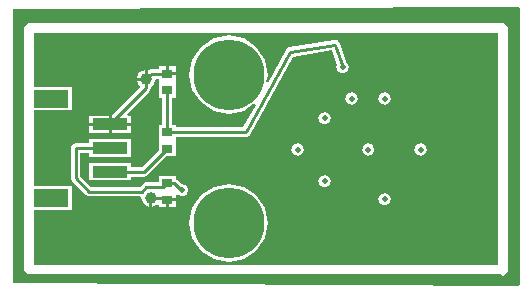
<source format=gtl>
%FSLAX23Y23*%
%MOIN*%
G70*
G01*
G75*
G04 Layer_Physical_Order=1*
G04 Layer_Color=255*
%ADD10R,0.035X0.031*%
%ADD11R,0.118X0.059*%
%ADD12R,0.118X0.039*%
%ADD13C,0.010*%
%ADD14C,0.236*%
%ADD15C,0.039*%
%ADD16C,0.020*%
G36*
X1635Y871D02*
Y-51D01*
X1631Y-55D01*
X-55Y-45D01*
Y870D01*
X1631Y875D01*
X1635Y871D01*
D02*
G37*
%LPC*%
G36*
X1580Y821D02*
X1580Y821D01*
X1580Y821D01*
X0D01*
X-11Y816D01*
X-16Y805D01*
Y0D01*
X-16Y0D01*
X-16Y-0D01*
X-11Y-11D01*
X0Y-16D01*
X1568D01*
X1569Y-16D01*
X1580Y-21D01*
X1591Y-16D01*
X1596Y-5D01*
Y805D01*
X1591Y816D01*
X1580Y821D01*
D02*
G37*
%LPD*%
G36*
X1564Y16D02*
X16D01*
Y200D01*
X142D01*
Y279D01*
X16D01*
Y531D01*
X142D01*
Y610D01*
X16D01*
Y789D01*
X1564D01*
Y16D01*
D02*
G37*
%LPC*%
G36*
X339Y435D02*
X201D01*
Y421D01*
X155D01*
X144Y416D01*
X139Y405D01*
Y305D01*
X144Y294D01*
X189Y249D01*
X189Y249D01*
X189D01*
X189Y249D01*
X189D01*
Y249D01*
D01*
D01*
D01*
D01*
X189D01*
Y249D01*
D01*
X200Y244D01*
X370D01*
X373Y240D01*
X373Y240D01*
X373D01*
X382Y217D01*
X400Y210D01*
Y240D01*
X410D01*
Y210D01*
X428Y217D01*
X428D01*
X428D01*
X432Y215D01*
Y207D01*
X455D01*
Y232D01*
X460D01*
Y237D01*
X488D01*
Y253D01*
X489Y254D01*
X494Y252D01*
X495Y250D01*
X510Y244D01*
X525Y250D01*
X531Y265D01*
X525Y280D01*
X510Y286D01*
X508Y285D01*
X494Y299D01*
X488Y302D01*
Y313D01*
X432D01*
Y291D01*
X391D01*
X379Y286D01*
X369Y276D01*
X207D01*
X171Y312D01*
Y389D01*
X201D01*
Y375D01*
X339D01*
Y435D01*
D02*
G37*
G36*
X895Y421D02*
X880Y415D01*
X874Y400D01*
X880Y385D01*
X895Y379D01*
X910Y385D01*
X916Y400D01*
X910Y415D01*
X895Y421D01*
D02*
G37*
G36*
X1130D02*
X1115Y415D01*
X1109Y400D01*
X1115Y385D01*
X1130Y379D01*
X1145Y385D01*
X1151Y400D01*
X1145Y415D01*
X1130Y421D01*
D02*
G37*
G36*
X985Y316D02*
X970Y310D01*
X964Y295D01*
X970Y280D01*
X985Y274D01*
X1000Y280D01*
X1006Y295D01*
X1000Y310D01*
X985Y316D01*
D02*
G37*
G36*
X665Y286D02*
X615Y276D01*
X573Y247D01*
X544Y205D01*
X534Y155D01*
X544Y105D01*
X573Y63D01*
X615Y34D01*
X665Y24D01*
X715Y34D01*
X757Y63D01*
X786Y105D01*
X796Y155D01*
X786Y205D01*
X757Y247D01*
X715Y276D01*
X665Y286D01*
D02*
G37*
G36*
X488Y227D02*
X465D01*
Y207D01*
X488D01*
Y227D01*
D02*
G37*
G36*
X1185Y256D02*
X1170Y250D01*
X1164Y235D01*
X1170Y220D01*
X1185Y214D01*
X1200Y220D01*
X1206Y235D01*
X1200Y250D01*
X1185Y256D01*
D02*
G37*
G36*
X1305Y421D02*
X1290Y415D01*
X1284Y400D01*
X1290Y385D01*
X1305Y379D01*
X1320Y385D01*
X1326Y400D01*
X1320Y415D01*
X1305Y421D01*
D02*
G37*
G36*
X385Y665D02*
X367Y658D01*
X360Y640D01*
X385D01*
Y665D01*
D02*
G37*
G36*
X1185Y591D02*
X1170Y585D01*
X1164Y570D01*
X1170Y555D01*
X1185Y549D01*
X1200Y555D01*
X1206Y570D01*
X1200Y585D01*
X1185Y591D01*
D02*
G37*
G36*
X488Y678D02*
X465D01*
Y658D01*
X488D01*
Y678D01*
D02*
G37*
G36*
X665Y781D02*
X615Y771D01*
X573Y742D01*
X544Y700D01*
X534Y650D01*
X544Y600D01*
X573Y558D01*
X615Y529D01*
X665Y519D01*
X715Y529D01*
X751Y554D01*
X755Y550D01*
X713Y474D01*
X488D01*
Y483D01*
X476D01*
Y572D01*
X488D01*
Y623D01*
D01*
Y623D01*
X488Y623D01*
Y627D01*
X488D01*
Y648D01*
X460D01*
Y653D01*
X455D01*
Y678D01*
X432D01*
Y669D01*
X408D01*
X397Y664D01*
X395Y665D01*
Y635D01*
X390D01*
Y630D01*
X360D01*
X367Y612D01*
X369Y612D01*
X370Y607D01*
X277Y513D01*
X275D01*
Y489D01*
X339D01*
Y513D01*
X329D01*
X327Y518D01*
X401Y592D01*
X406Y604D01*
X406Y604D01*
X406Y604D01*
Y610D01*
X413Y612D01*
X422Y635D01*
X422Y635D01*
X422Y635D01*
X423Y636D01*
X432D01*
Y627D01*
X432Y627D01*
X432Y623D01*
X432D01*
Y572D01*
X444D01*
Y483D01*
X432D01*
Y432D01*
X432Y432D01*
X432Y428D01*
X432D01*
Y398D01*
X377Y342D01*
X339D01*
Y356D01*
X201D01*
Y297D01*
X339D01*
Y310D01*
X384D01*
X395Y315D01*
X457Y377D01*
X488D01*
Y428D01*
D01*
Y428D01*
X488Y428D01*
Y432D01*
X488D01*
Y441D01*
X723D01*
X725Y442D01*
X727Y442D01*
X730Y445D01*
X734Y446D01*
X735Y448D01*
X737Y450D01*
X880Y710D01*
X1009Y732D01*
X1026Y681D01*
X1024Y675D01*
X1030Y660D01*
X1045Y654D01*
X1060Y660D01*
X1066Y675D01*
X1060Y690D01*
X1057Y692D01*
X1035Y755D01*
X1032Y759D01*
X1029Y763D01*
X1028Y764D01*
X1027Y765D01*
X1022Y765D01*
X1017Y766D01*
X867Y741D01*
X866Y740D01*
X865Y741D01*
X861Y737D01*
X857Y734D01*
X857Y733D01*
X856Y733D01*
X795Y623D01*
X791Y625D01*
X796Y650D01*
X786Y700D01*
X757Y742D01*
X715Y771D01*
X665Y781D01*
D02*
G37*
G36*
X1075Y591D02*
X1060Y585D01*
X1054Y570D01*
X1060Y555D01*
X1075Y549D01*
X1090Y555D01*
X1096Y570D01*
X1090Y585D01*
X1075Y591D01*
D02*
G37*
G36*
X339Y479D02*
X275D01*
Y454D01*
X339D01*
Y479D01*
D02*
G37*
G36*
X265D02*
X201D01*
Y454D01*
X265D01*
Y479D01*
D02*
G37*
G36*
Y513D02*
X201D01*
Y489D01*
X265D01*
Y513D01*
D02*
G37*
G36*
X985Y526D02*
X970Y520D01*
X964Y505D01*
X970Y490D01*
X985Y484D01*
X1000Y490D01*
X1006Y505D01*
X1000Y520D01*
X985Y526D01*
D02*
G37*
%LPD*%
D10*
X460Y458D02*
D03*
Y402D02*
D03*
Y653D02*
D03*
Y597D02*
D03*
X460Y232D02*
D03*
Y288D02*
D03*
D11*
X73Y570D02*
D03*
Y240D02*
D03*
D12*
X270Y326D02*
D03*
Y484D02*
D03*
Y405D02*
D03*
Y326D02*
D03*
D13*
X1020Y750D02*
X1045Y675D01*
X870Y725D02*
X1020Y750D01*
X723Y458D02*
X870Y725D01*
X460Y458D02*
X723D01*
X384Y326D02*
X460Y402D01*
X270Y326D02*
X384D01*
X482Y288D02*
X505Y265D01*
X460Y288D02*
X482D01*
X447Y275D02*
X460Y288D01*
X391Y275D02*
X447D01*
X376Y260D02*
X391Y275D01*
X405Y240D02*
X452D01*
X460Y465D02*
Y597D01*
X270Y484D02*
X390Y604D01*
Y635D01*
X408Y653D01*
X460D01*
X505Y265D02*
X510D01*
X155Y405D02*
X270D01*
X155Y305D02*
Y405D01*
Y305D02*
X200Y260D01*
X376D01*
X270Y484D02*
X319D01*
D14*
X665Y155D02*
D03*
Y650D02*
D03*
D15*
X754Y155D02*
D03*
X728Y92D02*
D03*
X665Y66D02*
D03*
X602Y92D02*
D03*
X576Y155D02*
D03*
X665Y244D02*
D03*
X728Y218D02*
D03*
X602D02*
D03*
Y713D02*
D03*
X728D02*
D03*
X665Y739D02*
D03*
X576Y650D02*
D03*
X602Y587D02*
D03*
X665Y561D02*
D03*
X728Y587D02*
D03*
X754Y650D02*
D03*
X390Y635D02*
D03*
X405Y240D02*
D03*
D16*
X510Y265D02*
D03*
X1045Y675D02*
D03*
X1075Y570D02*
D03*
X1185D02*
D03*
X1305Y400D02*
D03*
X1130D02*
D03*
X1185Y235D02*
D03*
X985Y295D02*
D03*
Y505D02*
D03*
X895Y400D02*
D03*
M02*

</source>
